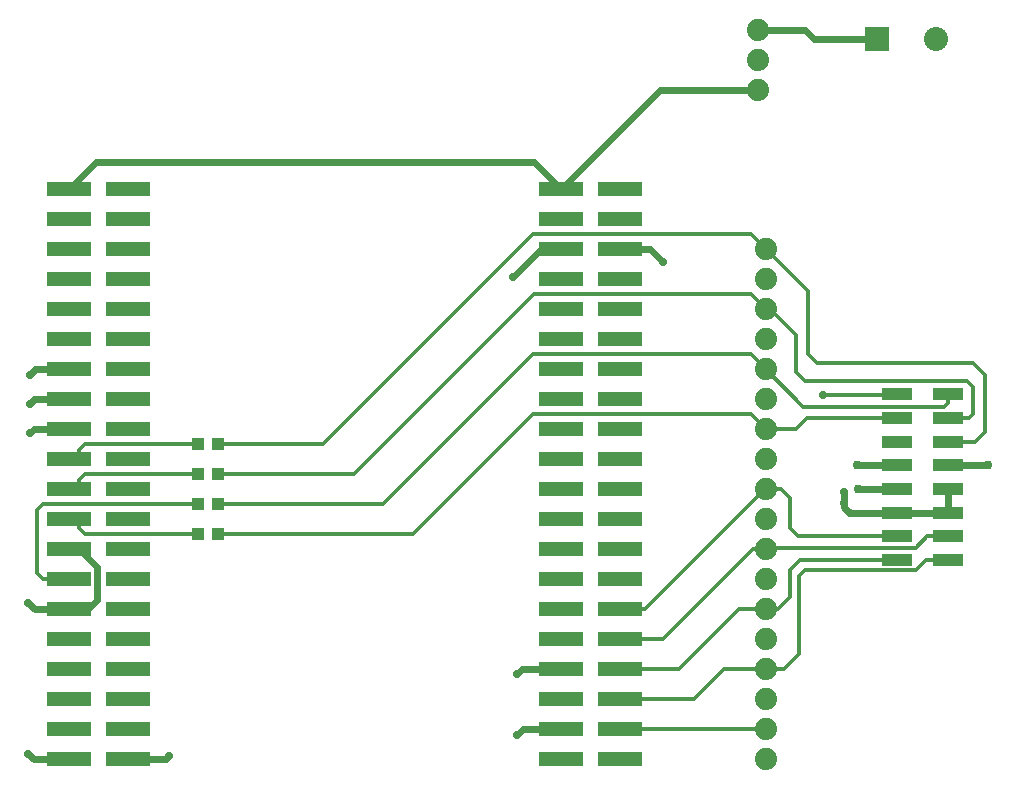
<source format=gtl>
G75*
%MOIN*%
%OFA0B0*%
%FSLAX25Y25*%
%IPPOS*%
%LPD*%
%AMOC8*
5,1,8,0,0,1.08239X$1,22.5*
%
%ADD10R,0.14500X0.05000*%
%ADD11R,0.10433X0.03937*%
%ADD12C,0.07400*%
%ADD13R,0.08000X0.08000*%
%ADD14C,0.08000*%
%ADD15R,0.03937X0.04331*%
%ADD16C,0.02400*%
%ADD17C,0.03000*%
%ADD18C,0.02778*%
%ADD19C,0.01200*%
D10*
X0067345Y0114933D03*
X0067345Y0124933D03*
X0086845Y0124933D03*
X0086845Y0114933D03*
X0086845Y0134933D03*
X0086845Y0144933D03*
X0067345Y0144933D03*
X0067345Y0134933D03*
X0067345Y0154933D03*
X0067345Y0164933D03*
X0086845Y0164933D03*
X0086845Y0154933D03*
X0086845Y0174933D03*
X0086845Y0184933D03*
X0067345Y0184933D03*
X0067345Y0174933D03*
X0067345Y0194933D03*
X0067345Y0204933D03*
X0086845Y0204933D03*
X0086845Y0194933D03*
X0086845Y0214933D03*
X0086845Y0224933D03*
X0067345Y0224933D03*
X0067345Y0214933D03*
X0067345Y0234933D03*
X0067345Y0244933D03*
X0086845Y0244933D03*
X0086845Y0234933D03*
X0086845Y0254933D03*
X0067345Y0254933D03*
X0067345Y0264933D03*
X0067345Y0274933D03*
X0086845Y0274933D03*
X0086845Y0264933D03*
X0086845Y0284933D03*
X0086845Y0294933D03*
X0067345Y0294933D03*
X0067345Y0284933D03*
X0067345Y0304933D03*
X0086845Y0304933D03*
X0231345Y0304933D03*
X0250845Y0304933D03*
X0250845Y0294933D03*
X0250845Y0284933D03*
X0231345Y0284933D03*
X0231345Y0294933D03*
X0231345Y0274933D03*
X0231345Y0264933D03*
X0250845Y0264933D03*
X0250845Y0274933D03*
X0250845Y0254933D03*
X0231345Y0254933D03*
X0231345Y0244933D03*
X0231345Y0234933D03*
X0250845Y0234933D03*
X0250845Y0244933D03*
X0250845Y0224933D03*
X0250845Y0214933D03*
X0231345Y0214933D03*
X0231345Y0224933D03*
X0231345Y0204933D03*
X0231345Y0194933D03*
X0250845Y0194933D03*
X0250845Y0204933D03*
X0250845Y0184933D03*
X0250845Y0174933D03*
X0231345Y0174933D03*
X0231345Y0184933D03*
X0231345Y0164933D03*
X0231345Y0154933D03*
X0250845Y0154933D03*
X0250845Y0164933D03*
X0250845Y0144933D03*
X0250845Y0134933D03*
X0231345Y0134933D03*
X0231345Y0144933D03*
X0231345Y0124933D03*
X0231345Y0114933D03*
X0250845Y0114933D03*
X0250845Y0124933D03*
D11*
X0343335Y0181374D03*
X0343335Y0189248D03*
X0343335Y0197122D03*
X0343335Y0204996D03*
X0343335Y0212870D03*
X0343335Y0220744D03*
X0343335Y0228618D03*
X0343335Y0236492D03*
X0360461Y0236492D03*
X0360461Y0228618D03*
X0360461Y0220744D03*
X0360461Y0212870D03*
X0360461Y0204996D03*
X0360461Y0197122D03*
X0360461Y0189248D03*
X0360461Y0181374D03*
D12*
X0299595Y0184933D03*
X0299595Y0174933D03*
X0299595Y0164933D03*
X0299595Y0154933D03*
X0299595Y0144933D03*
X0299595Y0134933D03*
X0299595Y0124933D03*
X0299595Y0114933D03*
X0299595Y0194933D03*
X0299595Y0204933D03*
X0299595Y0214933D03*
X0299595Y0224933D03*
X0299595Y0234933D03*
X0299595Y0244933D03*
X0299595Y0254933D03*
X0299595Y0264933D03*
X0299595Y0274933D03*
X0299595Y0284933D03*
X0297095Y0337933D03*
X0297095Y0347933D03*
X0297095Y0357933D03*
D13*
X0336595Y0354933D03*
D14*
X0356280Y0354933D03*
D15*
X0116942Y0219933D03*
X0110249Y0219933D03*
X0110249Y0209933D03*
X0116942Y0209933D03*
X0116942Y0199933D03*
X0110249Y0199933D03*
X0110249Y0189933D03*
X0116942Y0189933D03*
D16*
X0053795Y0116733D02*
X0055595Y0114933D01*
X0067345Y0114933D01*
X0086845Y0114933D02*
X0099595Y0114933D01*
X0100795Y0116133D01*
X0216795Y0122933D02*
X0218795Y0124933D01*
X0231345Y0124933D01*
X0231345Y0144933D02*
X0218395Y0144933D01*
X0216795Y0143333D01*
X0076795Y0168133D02*
X0073995Y0165333D01*
X0067745Y0165333D01*
X0067345Y0164933D01*
X0055995Y0164933D01*
X0053795Y0167133D01*
X0076795Y0168133D02*
X0076795Y0178933D01*
X0070795Y0184933D01*
X0067345Y0184933D01*
X0067345Y0224933D02*
X0055595Y0224933D01*
X0054195Y0223533D01*
X0054195Y0233333D02*
X0055795Y0234933D01*
X0067345Y0234933D01*
X0067345Y0244933D02*
X0055995Y0244933D01*
X0054195Y0243133D01*
X0215395Y0275533D02*
X0224795Y0284933D01*
X0231345Y0284933D01*
X0250845Y0284933D02*
X0260995Y0284933D01*
X0265195Y0280733D01*
X0265395Y0280733D01*
X0231345Y0304933D02*
X0264345Y0337933D01*
X0297095Y0337933D01*
X0315595Y0354933D02*
X0312595Y0357933D01*
X0297095Y0357933D01*
X0315595Y0354933D02*
X0336595Y0354933D01*
X0231345Y0304933D02*
X0222345Y0313933D01*
X0076345Y0313933D01*
X0067345Y0304933D01*
X0329995Y0212833D02*
X0332532Y0212870D01*
X0343335Y0212870D01*
X0343335Y0204996D02*
X0332732Y0204996D01*
X0330195Y0205033D01*
X0325595Y0203933D02*
X0325595Y0200147D01*
X0325595Y0198933D01*
X0327406Y0197122D01*
X0330595Y0197122D01*
X0327784Y0197122D02*
X0327595Y0196933D01*
X0327784Y0197122D02*
X0343335Y0197122D01*
X0360461Y0197122D01*
X0360461Y0204996D01*
X0360461Y0212870D02*
X0371158Y0212870D01*
X0373695Y0212833D01*
D17*
X0373695Y0212833D03*
X0329995Y0212833D03*
X0330195Y0205033D03*
D18*
X0325595Y0203933D03*
X0325595Y0200147D03*
X0327595Y0196933D03*
X0318595Y0236433D03*
X0215395Y0275533D03*
X0265395Y0280733D03*
X0054195Y0243133D03*
X0054195Y0233333D03*
X0054195Y0223533D03*
X0053795Y0167133D03*
X0053795Y0116733D03*
X0100795Y0116133D03*
X0216795Y0122933D03*
X0216795Y0143333D03*
D19*
X0250845Y0144933D02*
X0270595Y0144933D01*
X0290595Y0164933D01*
X0299595Y0164933D01*
X0303595Y0164933D01*
X0307595Y0168933D01*
X0307595Y0177933D01*
X0311036Y0181374D01*
X0343335Y0181374D01*
X0349595Y0177933D02*
X0312595Y0177933D01*
X0310595Y0175933D01*
X0310595Y0149933D01*
X0305595Y0144933D01*
X0299595Y0144933D01*
X0285595Y0144933D01*
X0275595Y0134933D01*
X0250845Y0134933D01*
X0250845Y0124933D02*
X0299595Y0124933D01*
X0265195Y0154933D02*
X0250845Y0154933D01*
X0265195Y0154933D02*
X0295195Y0184933D01*
X0299595Y0184933D01*
X0300095Y0185433D01*
X0349595Y0185433D01*
X0353410Y0189248D01*
X0360461Y0189248D01*
X0360461Y0181374D02*
X0353036Y0181374D01*
X0349595Y0177933D01*
X0343335Y0189248D02*
X0310280Y0189248D01*
X0307595Y0191933D01*
X0307595Y0201933D01*
X0304595Y0204933D01*
X0299595Y0204933D01*
X0299395Y0204933D01*
X0259395Y0164933D01*
X0250845Y0164933D01*
X0221981Y0229933D02*
X0181981Y0189933D01*
X0116942Y0189933D01*
X0110249Y0189933D02*
X0072595Y0189933D01*
X0070595Y0191933D01*
X0070595Y0193933D01*
X0068345Y0193933D01*
X0067345Y0194933D01*
X0058595Y0199933D02*
X0056595Y0197933D01*
X0056595Y0176933D01*
X0058595Y0174933D01*
X0067345Y0174933D01*
X0069595Y0174933D01*
X0067345Y0174933D01*
X0058595Y0199933D02*
X0110249Y0199933D01*
X0116942Y0199933D02*
X0171980Y0199933D01*
X0221980Y0249933D01*
X0294595Y0249933D01*
X0299595Y0244933D01*
X0312095Y0232433D01*
X0359095Y0232433D01*
X0360461Y0233799D01*
X0360461Y0236492D01*
X0366595Y0240933D02*
X0312595Y0240933D01*
X0309595Y0243933D01*
X0309595Y0256433D01*
X0301095Y0264933D01*
X0299595Y0264933D01*
X0294595Y0269933D01*
X0222221Y0269933D01*
X0162221Y0209933D01*
X0116942Y0209933D01*
X0110249Y0209933D02*
X0072595Y0209933D01*
X0070595Y0207933D01*
X0070595Y0205933D01*
X0068345Y0205933D01*
X0067345Y0204933D01*
X0067345Y0214933D02*
X0068345Y0215933D01*
X0071595Y0215933D01*
X0070595Y0216933D01*
X0070595Y0217933D01*
X0072595Y0219933D01*
X0110249Y0219933D01*
X0116942Y0219933D02*
X0152097Y0219933D01*
X0222097Y0289933D01*
X0294595Y0289933D01*
X0299595Y0284933D01*
X0313595Y0270933D01*
X0313595Y0249933D01*
X0316595Y0246933D01*
X0368595Y0246933D01*
X0372595Y0242933D01*
X0372595Y0223933D01*
X0369406Y0220744D01*
X0360461Y0220744D01*
X0360461Y0228618D02*
X0367280Y0228618D01*
X0368595Y0229933D01*
X0368595Y0238933D01*
X0366595Y0240933D01*
X0343335Y0236492D02*
X0343276Y0236433D01*
X0318595Y0236433D01*
X0313280Y0228618D02*
X0309595Y0224933D01*
X0299595Y0224933D01*
X0294595Y0229933D01*
X0221981Y0229933D01*
X0313280Y0228618D02*
X0343335Y0228618D01*
M02*

</source>
